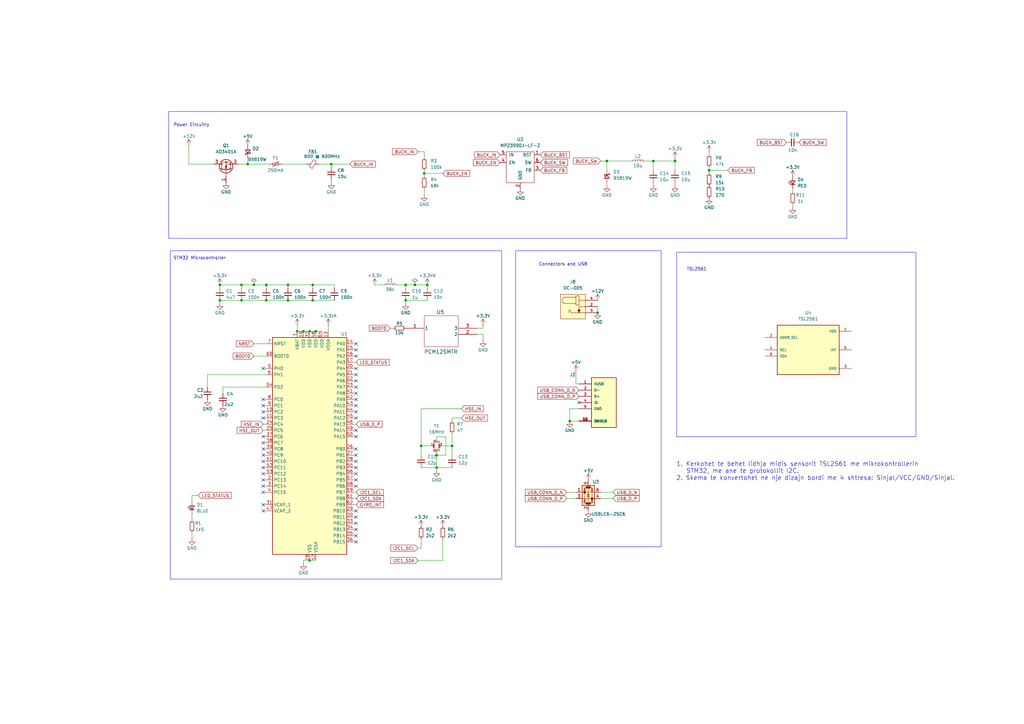
<source format=kicad_sch>
(kicad_sch (version 20231120) (generator "eeschema") (generator_version "8.0")
  (paper "A3")
  (lib_symbols
    (symbol "10118193-0001LF:10118193-0001LF" (pin_names (offset 1.016))
      (property "Reference" "J" (at -5.0817 10.9286 0))
      (property "Value" "10118193-0001LF" (at -5.0819 -12.7097 0))
      (symbol "10118193-0001LF_0_0"
        (pin passive line (at -10.16 7.62 0) (length 5.08) (name "VUSB") (number "1"))
        (pin passive line (at -10.16 5.08 0) (length 5.08) (name "D-") (number "2"))
        (pin passive line (at -10.16 2.54 0) (length 5.08) (name "D+") (number "3"))
        (pin passive line (at -10.16 0 0) (length 5.08) (name "ID") (number "4"))
        (pin passive line (at -10.16 -2.54 0) (length 5.08) (name "GND") (number "5"))
        (pin passive line (at -10.16 -7.62 0) (length 5.08) (name "SHIELD") (number "S1"))
        (pin passive line (at -10.16 -7.62 0) (length 5.08) (name "SHIELD") (number "S2"))
        (pin passive line (at -10.16 -7.62 0) (length 5.08) (name "SHIELD") (number "S3"))
        (pin passive line (at -10.16 -7.62 0) (length 5.08) (name "SHIELD") (number "S4"))
        (pin passive line (at -10.16 -7.62 0) (length 5.08) (name "SHIELD") (number "S5"))
        (pin passive line (at -10.16 -7.62 0) (length 5.08) (name "SHIELD") (number "S6"))
      )
    )
    (symbol "2024-11-09_23-25-21:PCM12SMTR" (pin_names (offset 0.254))
      (property "Reference" "U5" (at 20.32 10.16 0))
      (property "Value" "PCM12SMTR" (at 20.32 7.62 0))
      (symbol "PCM12SMTR_1_1"
        (pin unspecified line (at 0 0 0) (length 7.62) (name "1") (number "1"))
        (pin unspecified line (at 29.21 -2.54 180) (length 7.62) (name "2") (number "2"))
        (pin unspecified line (at 29.21 0 180) (length 7.62) (name "3") (number "3"))
      )
    )
    (symbol "DC-005:DC-005" (pin_names (offset 1.016))
      (property "Reference" "J" (at -5.0943 5.5976 0))
      (property "Value" "DC-005" (at -5.0995 -7.6398 0))
      (symbol "DC-005_0_0"
        (pin passive line (at 10.16 0 180) (length 5.08) (name "~") (number "2"))
        (pin passive line (at 10.16 -2.54 180) (length 5.08) (name "~") (number "3"))
        (pin passive line (at 10.16 2.54 180) (length 5.08) (name "~") (number "4"))
      )
    )
    (symbol "Device:C_Small" (pin_numbers hide) (pin_names (offset 0.254) hide)
      (property "Reference" "C" (at 0.254 1.778 0))
      (property "Value" "C_Small" (at 0.254 -2.032 0))
      (symbol "C_Small_1_1"
        (pin passive line (at 0 2.54 270) (length 2.032) (name "~") (number "1"))
        (pin passive line (at 0 -2.54 90) (length 2.032) (name "~") (number "2"))
      )
    )
    (symbol "Device:Crystal_GND24_Small" (pin_names (offset 1.016) hide)
      (property "Reference" "Y" (at 1.27 4.445 0))
      (property "Value" "Crystal_GND24_Small" (at 1.27 2.54 0))
      (symbol "Crystal_GND24_Small_1_1"
        (pin passive line (at -2.54 0 0) (length 1.27) (name "1") (number "1"))
        (pin passive line (at 0 -2.54 90) (length 0.635) (name "2") (number "2"))
        (pin passive line (at 2.54 0 180) (length 1.27) (name "3") (number "3"))
        (pin passive line (at 0 2.54 270) (length 0.635) (name "4") (number "4"))
      )
    )
    (symbol "Device:D_Schottky_Small" (pin_numbers hide) (pin_names (offset 0.254) hide)
      (property "Reference" "D" (at -1.27 2.032 0))
      (property "Value" "D_Schottky_Small" (at -7.112 -2.032 0))
      (symbol "D_Schottky_Small_1_1"
        (pin passive line (at -2.54 0 0) (length 1.778) (name "K") (number "1"))
        (pin passive line (at 2.54 0 180) (length 1.778) (name "A") (number "2"))
      )
    )
    (symbol "Device:Ferrite_Bead_Small" (pin_numbers hide) (pin_names (offset 0))
      (property "Reference" "FB" (at 1.905 1.27 0))
      (property "Value" "Device_Ferrite_Bead_Small" (at 1.905 -1.27 0))
      (symbol "Ferrite_Bead_Small_1_1"
        (pin passive line (at 0 2.54 270) (length 1.27) (name "~") (number "1"))
        (pin passive line (at 0 -2.54 90) (length 1.27) (name "~") (number "2"))
      )
    )
    (symbol "Device:LED_Small" (pin_numbers hide) (pin_names (offset 0.254) hide)
      (property "Reference" "D" (at -1.27 3.175 0))
      (property "Value" "LED_Small" (at -4.445 -2.54 0))
      (symbol "LED_Small_1_1"
        (pin passive line (at -2.54 0 0) (length 1.778) (name "K") (number "1"))
        (pin passive line (at 2.54 0 180) (length 1.778) (name "A") (number "2"))
      )
    )
    (symbol "Device:L_Small" (pin_numbers hide) (pin_names (offset 0.254) hide)
      (property "Reference" "L" (at 0.762 1.016 0))
      (property "Value" "L_Small" (at 0.762 -1.016 0))
      (symbol "L_Small_1_1"
        (pin passive line (at 0 2.54 270) (length 0.508) (name "~") (number "1"))
        (pin passive line (at 0 -2.54 90) (length 0.508) (name "~") (number "2"))
      )
    )
    (symbol "Device:Polyfuse_Small" (pin_numbers hide) (pin_names (offset 0))
      (property "Reference" "F" (at -1.905 0 90))
      (property "Value" "Polyfuse_Small" (at 1.905 0 90))
      (symbol "Polyfuse_Small_1_1"
        (pin passive line (at 0 2.54 270) (length 0.635) (name "~") (number "1"))
        (pin passive line (at 0 -2.54 90) (length 0.635) (name "~") (number "2"))
      )
    )
    (symbol "Device:R_Small" (pin_numbers hide) (pin_names (offset 0.254) hide)
      (property "Reference" "R" (at 0.762 0.508 0))
      (property "Value" "R_Small" (at 0.762 -1.016 0))
      (symbol "R_Small_1_1"
        (pin passive line (at 0 2.54 270) (length 0.762) (name "~") (number "1"))
        (pin passive line (at 0 -2.54 90) (length 0.762) (name "~") (number "2"))
      )
    )
    (symbol "MCU_ST_STM32F4:STM32F405RGTx"
      (property "Reference" "U1" (at 14.224 47.244 0))
      (property "Value" "STM32F405RGT6" (at 12.7 -44.45 0))
      (symbol "STM32F405RGTx_1_1"
        (pin power_in line (at -5.08 48.26 270) (length 2.54) (name "VBAT") (number "1"))
        (pin bidirectional line (at -17.78 15.24 0) (length 2.54) (name "PC2") (number "10"))
        (pin bidirectional line (at -17.78 12.7 0) (length 2.54) (name "PC3") (number "11"))
        (pin power_in line (at 2.54 -45.72 90) (length 2.54) (name "VSSA") (number "12"))
        (pin power_in line (at 7.62 48.26 270) (length 2.54) (name "VDDA") (number "13"))
        (pin bidirectional line (at 17.78 43.18 180) (length 2.54) (name "PA0") (number "14"))
        (pin bidirectional line (at 17.78 40.64 180) (length 2.54) (name "PA1") (number "15"))
        (pin bidirectional line (at 17.78 38.1 180) (length 2.54) (name "PA2") (number "16"))
        (pin bidirectional line (at 17.78 35.56 180) (length 2.54) (name "PA3") (number "17"))
        (pin power_in line (at 0 -45.72 90) (length 2.54) (name "VSS") (number "18"))
        (pin power_in line (at -2.54 48.26 270) (length 2.54) (name "VDD") (number "19"))
        (pin bidirectional line (at -17.78 -12.7 0) (length 2.54) (name "PC13") (number "2"))
        (pin bidirectional line (at 17.78 33.02 180) (length 2.54) (name "PA4") (number "20"))
        (pin bidirectional line (at 17.78 30.48 180) (length 2.54) (name "PA5") (number "21"))
        (pin bidirectional line (at 17.78 27.94 180) (length 2.54) (name "PA6") (number "22"))
        (pin bidirectional line (at 17.78 25.4 180) (length 2.54) (name "PA7") (number "23"))
        (pin bidirectional line (at -17.78 10.16 0) (length 2.54) (name "PC4") (number "24"))
        (pin bidirectional line (at -17.78 7.62 0) (length 2.54) (name "PC5") (number "25"))
        (pin bidirectional line (at 17.78 0 180) (length 2.54) (name "PB0") (number "26"))
        (pin bidirectional line (at 17.78 -2.54 180) (length 2.54) (name "PB1") (number "27"))
        (pin bidirectional line (at 17.78 -5.08 180) (length 2.54) (name "PB2") (number "28"))
        (pin bidirectional line (at 17.78 -25.4 180) (length 2.54) (name "PB10") (number "29"))
        (pin bidirectional line (at -17.78 -15.24 0) (length 2.54) (name "PC14") (number "3"))
        (pin bidirectional line (at 17.78 -27.94 180) (length 2.54) (name "PB11") (number "30"))
        (pin power_out line (at -17.78 -22.86 0) (length 2.54) (name "VCAP_1") (number "31"))
        (pin power_in line (at 0 48.26 270) (length 2.54) (name "VDD") (number "32"))
        (pin bidirectional line (at 17.78 -30.48 180) (length 2.54) (name "PB12") (number "33"))
        (pin bidirectional line (at 17.78 -33.02 180) (length 2.54) (name "PB13") (number "34"))
        (pin bidirectional line (at 17.78 -35.56 180) (length 2.54) (name "PB14") (number "35"))
        (pin bidirectional line (at 17.78 -38.1 180) (length 2.54) (name "PB15") (number "36"))
        (pin bidirectional line (at -17.78 5.08 0) (length 2.54) (name "PC6") (number "37"))
        (pin bidirectional line (at -17.78 2.54 0) (length 2.54) (name "PC7") (number "38"))
        (pin bidirectional line (at -17.78 0 0) (length 2.54) (name "PC8") (number "39"))
        (pin bidirectional line (at -17.78 -17.78 0) (length 2.54) (name "PC15") (number "4"))
        (pin bidirectional line (at -17.78 -2.54 0) (length 2.54) (name "PC9") (number "40"))
        (pin bidirectional line (at 17.78 22.86 180) (length 2.54) (name "PA8") (number "41"))
        (pin bidirectional line (at 17.78 20.32 180) (length 2.54) (name "PA9") (number "42"))
        (pin bidirectional line (at 17.78 17.78 180) (length 2.54) (name "PA10") (number "43"))
        (pin bidirectional line (at 17.78 15.24 180) (length 2.54) (name "PA11") (number "44"))
        (pin bidirectional line (at 17.78 12.7 180) (length 2.54) (name "PA12") (number "45"))
        (pin bidirectional line (at 17.78 10.16 180) (length 2.54) (name "PA13") (number "46"))
        (pin power_out line (at -17.78 -25.4 0) (length 2.54) (name "VCAP_2") (number "47"))
        (pin power_in line (at 2.54 48.26 270) (length 2.54) (name "VDD") (number "48"))
        (pin bidirectional line (at 17.78 7.62 180) (length 2.54) (name "PA14") (number "49"))
        (pin bidirectional line (at -17.78 33.02 0) (length 2.54) (name "PH0") (number "5"))
        (pin bidirectional line (at 17.78 5.08 180) (length 2.54) (name "PA15") (number "50"))
        (pin bidirectional line (at -17.78 -5.08 0) (length 2.54) (name "PC10") (number "51"))
        (pin bidirectional line (at -17.78 -7.62 0) (length 2.54) (name "PC11") (number "52"))
        (pin bidirectional line (at -17.78 -10.16 0) (length 2.54) (name "PC12") (number "53"))
        (pin bidirectional line (at -17.78 25.4 0) (length 2.54) (name "PD2") (number "54"))
        (pin bidirectional line (at 17.78 -7.62 180) (length 2.54) (name "PB3") (number "55"))
        (pin bidirectional line (at 17.78 -10.16 180) (length 2.54) (name "PB4") (number "56"))
        (pin bidirectional line (at 17.78 -12.7 180) (length 2.54) (name "PB5") (number "57"))
        (pin bidirectional line (at 17.78 -15.24 180) (length 2.54) (name "PB6") (number "58"))
        (pin bidirectional line (at 17.78 -17.78 180) (length 2.54) (name "PB7") (number "59"))
        (pin bidirectional line (at -17.78 30.48 0) (length 2.54) (name "PH1") (number "6"))
        (pin input line (at -17.78 38.1 0) (length 2.54) (name "BOOT0") (number "60"))
        (pin bidirectional line (at 17.78 -20.32 180) (length 2.54) (name "PB8") (number "61"))
        (pin bidirectional line (at 17.78 -22.86 180) (length 2.54) (name "PB9") (number "62"))
        (pin passive line (at 0 -45.72 90) (length 2.54) hide (name "VSS") (number "63"))
        (pin power_in line (at 5.08 48.26 270) (length 2.54) (name "VDD") (number "64"))
        (pin input line (at -17.78 43.18 0) (length 2.54) (name "NRST") (number "7"))
        (pin bidirectional line (at -17.78 20.32 0) (length 2.54) (name "PC0") (number "8"))
        (pin bidirectional line (at -17.78 17.78 0) (length 2.54) (name "PC1") (number "9"))
      )
    )
    (symbol "Power_Protection:USBLC6-2SC6" (pin_names hide)
      (property "Reference" "U" (at 0.635 5.715 0))
      (property "Value" "USBLC6-2SC6" (at 0.635 3.81 0))
      (symbol "USBLC6-2SC6_1_1"
        (pin passive line (at -5.08 0 0) (length 2.54) (name "I/O1") (number "1"))
        (pin passive line (at 0 -7.62 90) (length 2.54) (name "GND") (number "2"))
        (pin passive line (at -5.08 -2.54 0) (length 2.54) (name "I/O2") (number "3"))
        (pin passive line (at 5.08 -2.54 180) (length 2.54) (name "I/O2") (number "4"))
        (pin passive line (at 0 5.08 270) (length 2.54) (name "VBUS") (number "5"))
        (pin passive line (at 5.08 0 180) (length 2.54) (name "I/O1") (number "6"))
      )
    )
    (symbol "SchmillipKiCADLibrary:MP2359DJ-LF-Z" (pin_names (offset 1.016))
      (property "Reference" "U" (at 0 9.525 0))
      (property "Value" "SchmillipKiCADLibrary_MP2359DJ-LF-Z" (at 10.16 -6.35 0))
      (symbol "MP2359DJ-LF-Z_1_1"
        (pin input line (at 8.255 6.35 180) (length 2.54) (name "BST") (number "1"))
        (pin power_in line (at 0 -7.62 90) (length 2.54) (name "GND") (number "2"))
        (pin input line (at 8.255 0 180) (length 2.54) (name "FB") (number "3"))
        (pin input line (at -8.255 3.175 0) (length 2.54) (name "EN") (number "4"))
        (pin power_in line (at -8.255 6.35 0) (length 2.54) (name "IN") (number "5"))
        (pin power_out line (at 8.255 3.175 180) (length 2.54) (name "SW") (number "6"))
      )
    )
    (symbol "TSL2561:TSL2561" (pin_names (offset 1.016))
      (property "Reference" "U" (at -12.7 12.7 0))
      (property "Value" "TSL2561" (at -12.7 -12.7 0))
      (symbol "TSL2561_0_0"
        (pin power_in line (at 17.78 7.62 180) (length 5.08) (name "VDD") (number "1"))
        (pin input line (at -17.78 5.08 0) (length 5.08) (name "ADDR_SEL") (number "2"))
        (pin power_in line (at 17.78 -7.62 180) (length 5.08) (name "GND") (number "3"))
        (pin input line (at -17.78 0 0) (length 5.08) (name "SCL") (number "4"))
        (pin output line (at 17.78 0 180) (length 5.08) (name "INT") (number "5"))
        (pin bidirectional line (at -17.78 -2.54 0) (length 5.08) (name "SDA") (number "6"))
      )
    )
    (symbol "Transistor_FET:AO3401A" (pin_names hide)
      (property "Reference" "Q" (at 5.08 1.905 0))
      (property "Value" "AO3401A" (at 5.08 0 0))
      (symbol "AO3401A_1_1"
        (pin input line (at -5.08 0 0) (length 2.54) (name "G") (number "1"))
        (pin passive line (at 2.54 -5.08 90) (length 2.54) (name "S") (number "2"))
        (pin passive line (at 2.54 5.08 270) (length 2.54) (name "D") (number "3"))
      )
    )
    (symbol "power:+12V" (power) (pin_numbers hide) (pin_names (offset 0) hide)
      (property "Value" "+12V" (at 0 3.556 0))
      (symbol "+12V_1_1"
        (pin power_in line (at 0 0 90) (length 0) (name "~") (number "1"))
      )
    )
    (symbol "power:+3.3V" (power) (pin_numbers hide) (pin_names (offset 0) hide)
      (property "Value" "+3.3V" (at 0 3.556 0))
      (symbol "+3.3V_1_1"
        (pin power_in line (at 0 0 90) (length 0) (name "~") (number "1"))
      )
    )
    (symbol "power:+3.3VA" (power) (pin_numbers hide) (pin_names (offset 0) hide)
      (property "Value" "+3.3VA" (at 0 3.556 0))
      (symbol "+3.3VA_1_1"
        (pin power_in line (at 0 0 90) (length 0) (name "~") (number "1"))
      )
    )
    (symbol "power:+5V" (power) (pin_numbers hide) (pin_names (offset 0) hide)
      (property "Value" "+5V" (at 0 3.556 0))
      (symbol "+5V_1_1"
        (pin power_in line (at 0 0 90) (length 0) (name "~") (number "1"))
      )
    )
    (symbol "power:GND" (power) (pin_numbers hide) (pin_names (offset 0) hide)
      (property "Value" "GND" (at 0 -3.81 0))
      (symbol "GND_1_1"
        (pin power_in line (at 0 0 270) (length 0) (name "~") (number "1"))
      )
    )
    (symbol "power:PWR_FLAG" (power) (pin_numbers hide) (pin_names (offset 0) hide)
      (property "Value" "PWR_FLAG" (at 0 3.81 0))
      (symbol "PWR_FLAG_0_0"
        (pin power_out line (at 0 0 90) (length 0) (name "~") (number "1"))
      )
    )
  )
  (junction (at 129.54 135.89))
  (junction (at 99.06 123.19))
  (junction (at 172.72 182.88))
  (junction (at 90.17 123.19))
  (junction (at 179.07 191.77))
  (junction (at 127 229.87))
  (junction (at 173.99 71.12))
  (junction (at 175.26 116.84))
  (junction (at 267.97 66.04))
  (junction (at 166.37 123.19))
  (junction (at 248.92 66.04))
  (junction (at 170.18 116.84))
  (junction (at 233.68 172.72))
  (junction (at 109.22 116.84))
  (junction (at 101.6 67.31))
  (junction (at 118.11 116.84))
  (junction (at 104.14 116.84))
  (junction (at 99.06 116.84))
  (junction (at 290.83 69.85))
  (junction (at 276.86 66.04))
  (junction (at 109.22 123.19))
  (junction (at 135.89 67.31))
  (junction (at 90.17 116.84))
  (junction (at 166.37 116.84))
  (junction (at 124.46 135.89))
  (junction (at 245.11 128.27))
  (junction (at 127 135.89))
  (junction (at 128.27 123.19))
  (junction (at 128.27 116.84))
  (junction (at 118.11 123.19))
  (junction (at 179.07 186.69))
  (junction (at 121.92 135.89))
  (junction (at 185.42 182.88))
  (no_connect (at 146.05 166.37))
  (no_connect (at 107.95 166.37))
  (no_connect (at 107.95 189.23))
  (no_connect (at 146.05 156.21))
  (no_connect (at 107.95 199.39))
  (no_connect (at 107.95 196.85))
  (no_connect (at 107.95 201.93))
  (no_connect (at 107.95 186.69))
  (no_connect (at 146.05 143.51))
  (no_connect (at 146.05 158.75))
  (no_connect (at 146.05 194.31))
  (no_connect (at 107.95 207.01))
  (no_connect (at 107.95 194.31))
  (no_connect (at 146.05 179.07))
  (no_connect (at 107.95 171.45))
  (no_connect (at 146.05 212.09))
  (no_connect (at 146.05 217.17))
  (no_connect (at 146.05 184.15))
  (no_connect (at 107.95 168.91))
  (no_connect (at 146.05 219.71))
  (no_connect (at 107.95 179.07))
  (no_connect (at 146.05 189.23))
  (no_connect (at 107.95 209.55))
  (no_connect (at 146.05 146.05))
  (no_connect (at 146.05 214.63))
  (no_connect (at 107.95 184.15))
  (no_connect (at 146.05 163.83))
  (no_connect (at 146.05 176.53))
  (no_connect (at 107.95 151.13))
  (no_connect (at 107.95 181.61))
  (no_connect (at 146.05 161.29))
  (no_connect (at 146.05 186.69))
  (no_connect (at 146.05 222.25))
  (no_connect (at 146.05 209.55))
  (no_connect (at 146.05 196.85))
  (no_connect (at 146.05 140.97))
  (no_connect (at 107.95 191.77))
  (no_connect (at 146.05 171.45))
  (no_connect (at 146.05 153.67))
  (no_connect (at 146.05 191.77))
  (no_connect (at 146.05 151.13))
  (no_connect (at 107.95 163.83))
  (no_connect (at 237.49 165.1))
  (no_connect (at 146.05 168.91))
  (no_connect (at 146.05 199.39))
  (wire (pts (xy 144.78 153.67) (xy 146.05 153.67)))
  (wire (pts (xy 107.95 201.93) (xy 109.22 201.93)))
  (wire (pts (xy 107.95 163.83) (xy 109.22 163.83)))
  (wire (pts (xy 107.95 207.01) (xy 109.22 207.01)))
  (wire (pts (xy 172.72 167.64) (xy 172.72 182.88)))
  (wire (pts (xy 90.17 116.84) (xy 90.17 118.11)))
  (wire (pts (xy 179.07 180.34) (xy 179.07 179.07)))
  (wire (pts (xy 185.42 177.8) (xy 185.42 182.88)))
  (wire (pts (xy 99.06 116.84) (xy 104.14 116.84)))
  (wire (pts (xy 146.05 161.29) (xy 144.78 161.29)))
  (wire (pts (xy 128.27 118.11) (xy 128.27 116.84)))
  (wire (pts (xy 146.05 163.83) (xy 144.78 163.83)))
  (wire (pts (xy 175.26 116.84) (xy 170.18 116.84)))
  (wire (pts (xy 146.05 148.59) (xy 144.78 148.59)))
  (wire (pts (xy 237.49 167.64) (xy 233.68 167.64)))
  (wire (pts (xy 121.92 135.89) (xy 124.46 135.89)))
  (wire (pts (xy 166.37 116.84) (xy 162.56 116.84)))
  (wire (pts (xy 107.95 171.45) (xy 109.22 171.45)))
  (wire (pts (xy 107.95 199.39) (xy 109.22 199.39)))
  (wire (pts (xy 107.95 196.85) (xy 109.22 196.85)))
  (wire (pts (xy 77.47 59.69) (xy 77.47 67.31)))
  (wire (pts (xy 290.83 63.5) (xy 290.83 62.23)))
  (wire (pts (xy 146.05 209.55) (xy 144.78 209.55)))
  (wire (pts (xy 90.17 124.46) (xy 90.17 123.19)))
  (wire (pts (xy 81.28 203.2) (xy 78.74 203.2)))
  (wire (pts (xy 135.89 68.58) (xy 135.89 67.31)))
  (wire (pts (xy 233.68 172.72) (xy 237.49 172.72)))
  (wire (pts (xy 90.17 123.19) (xy 99.06 123.19)))
  (wire (pts (xy 107.95 181.61) (xy 109.22 181.61)))
  (wire (pts (xy 109.22 123.19) (xy 118.11 123.19)))
  (wire (pts (xy 290.83 69.85) (xy 290.83 71.12)))
  (wire (pts (xy 146.05 207.01) (xy 144.78 207.01)))
  (wire (pts (xy 179.07 193.04) (xy 179.07 191.77)))
  (wire (pts (xy 99.06 118.11) (xy 99.06 116.84)))
  (wire (pts (xy 173.99 71.12) (xy 173.99 69.85)))
  (wire (pts (xy 146.05 171.45) (xy 144.78 171.45)))
  (wire (pts (xy 107.95 179.07) (xy 109.22 179.07)))
  (wire (pts (xy 78.74 213.36) (xy 78.74 210.82)))
  (wire (pts (xy 198.12 137.16) (xy 195.58 137.16)))
  (wire (pts (xy 124.46 231.14) (xy 124.46 229.87)))
  (wire (pts (xy 248.92 69.85) (xy 248.92 66.04)))
  (wire (pts (xy 185.42 171.45) (xy 185.42 172.72)))
  (wire (pts (xy 248.92 66.04) (xy 246.38 66.04)))
  (wire (pts (xy 109.22 118.11) (xy 109.22 116.84)))
  (wire (pts (xy 181.61 71.12) (xy 173.99 71.12)))
  (wire (pts (xy 144.78 151.13) (xy 146.05 151.13)))
  (wire (pts (xy 91.44 161.29) (xy 91.44 158.75)))
  (wire (pts (xy 146.05 196.85) (xy 144.78 196.85)))
  (wire (pts (xy 146.05 184.15) (xy 144.78 184.15)))
  (wire (pts (xy 195.58 134.62) (xy 198.12 134.62)))
  (wire (pts (xy 104.14 146.05) (xy 109.22 146.05)))
  (wire (pts (xy 146.05 217.17) (xy 144.78 217.17)))
  (wire (pts (xy 325.12 78.74) (xy 325.12 77.47)))
  (wire (pts (xy 181.61 182.88) (xy 185.42 182.88)))
  (wire (pts (xy 171.45 229.87) (xy 181.61 229.87)))
  (wire (pts (xy 276.86 64.77) (xy 276.86 66.04)))
  (wire (pts (xy 107.95 173.99) (xy 109.22 173.99)))
  (wire (pts (xy 245.11 125.73) (xy 245.11 128.27)))
  (wire (pts (xy 110.49 67.31) (xy 101.6 67.31)))
  (wire (pts (xy 173.99 80.01) (xy 173.99 77.47)))
  (wire (pts (xy 246.38 204.47) (xy 251.46 204.47)))
  (wire (pts (xy 146.05 199.39) (xy 144.78 199.39)))
  (wire (pts (xy 179.07 185.42) (xy 179.07 186.69)))
  (wire (pts (xy 107.95 166.37) (xy 109.22 166.37)))
  (wire (pts (xy 99.06 123.19) (xy 109.22 123.19)))
  (wire (pts (xy 146.05 222.25) (xy 144.78 222.25)))
  (wire (pts (xy 182.88 179.07) (xy 182.88 186.69)))
  (wire (pts (xy 181.61 229.87) (xy 181.61 220.98)))
  (wire (pts (xy 146.05 191.77) (xy 144.78 191.77)))
  (wire (pts (xy 87.63 67.31) (xy 77.47 67.31)))
  (wire (pts (xy 107.95 189.23) (xy 109.22 189.23)))
  (wire (pts (xy 146.05 194.31) (xy 144.78 194.31)))
  (wire (pts (xy 290.83 69.85) (xy 290.83 68.58)))
  (wire (pts (xy 179.07 186.69) (xy 179.07 191.77)))
  (wire (pts (xy 276.86 66.04) (xy 267.97 66.04)))
  (wire (pts (xy 90.17 116.84) (xy 99.06 116.84)))
  (wire (pts (xy 104.14 140.97) (xy 109.22 140.97)))
  (wire (pts (xy 107.95 168.91) (xy 109.22 168.91)))
  (wire (pts (xy 124.46 135.89) (xy 127 135.89)))
  (wire (pts (xy 85.09 158.75) (xy 85.09 153.67)))
  (wire (pts (xy 128.27 123.19) (xy 137.16 123.19)))
  (wire (pts (xy 109.22 116.84) (xy 118.11 116.84)))
  (wire (pts (xy 146.05 166.37) (xy 144.78 166.37)))
  (wire (pts (xy 171.45 224.79) (xy 172.72 224.79)))
  (wire (pts (xy 143.51 67.31) (xy 135.89 67.31)))
  (wire (pts (xy 276.86 69.85) (xy 276.86 66.04)))
  (wire (pts (xy 170.18 116.84) (xy 166.37 116.84)))
  (wire (pts (xy 85.09 153.67) (xy 109.22 153.67)))
  (wire (pts (xy 97.79 67.31) (xy 101.6 67.31)))
  (wire (pts (xy 118.11 118.11) (xy 118.11 116.84)))
  (wire (pts (xy 78.74 220.98) (xy 78.74 218.44)))
  (wire (pts (xy 236.22 157.48) (xy 237.49 157.48)))
  (wire (pts (xy 134.62 133.35) (xy 134.62 135.89)))
  (wire (pts (xy 146.05 168.91) (xy 144.78 168.91)))
  (wire (pts (xy 276.86 76.2) (xy 276.86 74.93)))
  (wire (pts (xy 146.05 186.69) (xy 144.78 186.69)))
  (wire (pts (xy 171.45 62.23) (xy 173.99 62.23)))
  (wire (pts (xy 160.02 134.62) (xy 161.29 134.62)))
  (wire (pts (xy 172.72 167.64) (xy 189.23 167.64)))
  (wire (pts (xy 144.78 146.05) (xy 146.05 146.05)))
  (wire (pts (xy 107.95 176.53) (xy 109.22 176.53)))
  (wire (pts (xy 173.99 72.39) (xy 173.99 71.12)))
  (wire (pts (xy 182.88 186.69) (xy 179.07 186.69)))
  (wire (pts (xy 259.08 66.04) (xy 248.92 66.04)))
  (wire (pts (xy 233.68 167.64) (xy 233.68 172.72)))
  (wire (pts (xy 179.07 191.77) (xy 185.42 191.77)))
  (wire (pts (xy 78.74 203.2) (xy 78.74 205.74)))
  (wire (pts (xy 267.97 76.2) (xy 267.97 74.93)))
  (wire (pts (xy 298.45 69.85) (xy 290.83 69.85)))
  (wire (pts (xy 107.95 186.69) (xy 109.22 186.69)))
  (wire (pts (xy 179.07 179.07) (xy 182.88 179.07)))
  (wire (pts (xy 236.22 152.4) (xy 236.22 157.48)))
  (wire (pts (xy 101.6 64.77) (xy 101.6 67.31)))
  (wire (pts (xy 118.11 116.84) (xy 128.27 116.84)))
  (wire (pts (xy 107.95 209.55) (xy 109.22 209.55)))
  (wire (pts (xy 144.78 143.51) (xy 146.05 143.51)))
  (wire (pts (xy 198.12 134.62) (xy 198.12 133.35)))
  (wire (pts (xy 246.38 201.93) (xy 251.46 201.93)))
  (wire (pts (xy 91.44 158.75) (xy 109.22 158.75)))
  (wire (pts (xy 172.72 186.69) (xy 172.72 182.88)))
  (wire (pts (xy 232.41 204.47) (xy 236.22 204.47)))
  (wire (pts (xy 127 135.89) (xy 129.54 135.89)))
  (wire (pts (xy 118.11 123.19) (xy 128.27 123.19)))
  (wire (pts (xy 146.05 212.09) (xy 144.78 212.09)))
  (wire (pts (xy 146.05 176.53) (xy 144.78 176.53)))
  (wire (pts (xy 166.37 124.46) (xy 166.37 123.19)))
  (wire (pts (xy 232.41 201.93) (xy 236.22 201.93)))
  (wire (pts (xy 173.99 62.23) (xy 173.99 64.77)))
  (wire (pts (xy 325.12 85.09) (xy 325.12 83.82)))
  (wire (pts (xy 127 229.87) (xy 129.54 229.87)))
  (wire (pts (xy 129.54 135.89) (xy 132.08 135.89)))
  (wire (pts (xy 146.05 214.63) (xy 144.78 214.63)))
  (wire (pts (xy 146.05 173.99) (xy 144.78 173.99)))
  (wire (pts (xy 166.37 123.19) (xy 175.26 123.19)))
  (wire (pts (xy 124.46 229.87) (xy 127 229.87)))
  (wire (pts (xy 146.05 158.75) (xy 144.78 158.75)))
  (wire (pts (xy 107.95 194.31) (xy 109.22 194.31)))
  (wire (pts (xy 146.05 140.97) (xy 144.78 140.97)))
  (wire (pts (xy 175.26 118.11) (xy 175.26 116.84)))
  (wire (pts (xy 172.72 224.79) (xy 172.72 220.98)))
  (wire (pts (xy 189.23 171.45) (xy 185.42 171.45)))
  (wire (pts (xy 153.67 116.84) (xy 157.48 116.84)))
  (wire (pts (xy 146.05 201.93) (xy 144.78 201.93)))
  (wire (pts (xy 146.05 189.23) (xy 144.78 189.23)))
  (wire (pts (xy 267.97 66.04) (xy 264.16 66.04)))
  (wire (pts (xy 172.72 182.88) (xy 176.53 182.88)))
  (wire (pts (xy 135.89 67.31) (xy 130.81 67.31)))
  (wire (pts (xy 146.05 156.21) (xy 144.78 156.21)))
  (wire (pts (xy 107.95 151.13) (xy 109.22 151.13)))
  (wire (pts (xy 137.16 116.84) (xy 137.16 118.11)))
  (wire (pts (xy 146.05 204.47) (xy 144.78 204.47)))
  (wire (pts (xy 107.95 191.77) (xy 109.22 191.77)))
  (wire (pts (xy 248.92 76.2) (xy 248.92 74.93)))
  (wire (pts (xy 179.07 191.77) (xy 172.72 191.77)))
  (wire (pts (xy 267.97 69.85) (xy 267.97 66.04)))
  (wire (pts (xy 121.92 133.35) (xy 121.92 135.89)))
  (wire (pts (xy 104.14 116.84) (xy 109.22 116.84)))
  (wire (pts (xy 146.05 179.07) (xy 144.78 179.07)))
  (wire (pts (xy 135.89 74.93) (xy 135.89 73.66)))
  (wire (pts (xy 107.95 184.15) (xy 109.22 184.15)))
  (wire (pts (xy 146.05 219.71) (xy 144.78 219.71)))
  (wire (pts (xy 166.37 118.11) (xy 166.37 116.84)))
  (wire (pts (xy 185.42 186.69) (xy 185.42 182.88)))
  (wire (pts (xy 115.57 67.31) (xy 125.73 67.31)))
  (wire (pts (xy 128.27 116.84) (xy 137.16 116.84)))
  (wire (pts (xy 198.12 139.7) (xy 198.12 137.16)))
  (rectangle (start 69.215 45.72) (end 347.345 97.79))
  (rectangle (start 277.495 103.505) (end 375.666 179.07))
  (rectangle (start 211.455 102.87) (end 271.145 224.282))
  (rectangle (start 69.85 102.87) (end 205.74 237.49))
  (text "1. Kerkohet te behet lidhja midis sensorit TSL2561 me mikrokontrollerin \n   STM32, me ane te protokollit I2C.\n2. Skema te konvertohet ne nje dizajn bordi me 4 shtresa: Sinjal/VCC/GND/Sinjal.\n" (at 277.368 193.294 0) (effects (font (size 1.778 1.778)) (justify left)))
  (text "TSL2561" (at 285.75 110.49 0) (effects (font (size 1.27 1.27))))
  (text "STM32 Microcontroller" (at 71.12 106.68 0) (effects (font (size 1.27 1.27)) (justify left bottom)))
  (text "Connectors and USB" (at 220.98 109.22 0) (effects (font (size 1.27 1.27)) (justify left bottom)))
  (text "Power Circuitry" (at 71.12 52.07 0) (effects (font (size 1.27 1.27)) (justify left bottom)))
  (global_label "BUCK_SW" (shape input) (at 327.66 58.42 0) (property "Intersheetrefs" "${INTERSHEET_REFS}" (effects (hide yes))))
  (global_label "I2C1_SDA" (shape input) (at 171.45 229.87 180) (property "Intersheetrefs" "${INTERSHEET_REFS}" (effects (hide yes))))
  (global_label "USB_D_N" (shape input) (at 251.46 201.93 0) (property "Intersheetrefs" "${INTERSHEET_REFS}" (effects (hide yes))))
  (global_label "BOOT0" (shape input) (at 160.02 134.62 180) (property "Intersheetrefs" "${INTERSHEET_REFS}" (effects (hide yes))))
  (global_label "HSE_IN" (shape input) (at 107.95 173.99 180) (property "Intersheetrefs" "${INTERSHEET_REFS}" (effects (hide yes))))
  (global_label "HSE_OUT" (shape input) (at 107.95 176.53 180) (property "Intersheetrefs" "${INTERSHEET_REFS}" (effects (hide yes))))
  (global_label "BOOT0" (shape input) (at 104.14 146.05 180) (property "Intersheetrefs" "${INTERSHEET_REFS}" (effects (hide yes))))
  (global_label "I2C1_SCL" (shape input) (at 146.05 201.93 0) (property "Intersheetrefs" "${INTERSHEET_REFS}" (effects (hide yes))))
  (global_label "BUCK_EN" (shape input) (at 181.61 71.12 0) (property "Intersheetrefs" "${INTERSHEET_REFS}" (effects (hide yes))))
  (global_label "USB_CONN_D_N" (shape input) (at 232.41 201.93 180) (property "Intersheetrefs" "${INTERSHEET_REFS}" (effects (hide yes))))
  (global_label "I2C1_SDA" (shape input) (at 146.05 204.47 0) (property "Intersheetrefs" "${INTERSHEET_REFS}" (effects (hide yes))))
  (global_label "GYRO_INT" (shape input) (at 146.05 207.01 0) (property "Intersheetrefs" "${INTERSHEET_REFS}" (effects (hide yes))))
  (global_label "USB_CONN_D_P" (shape input) (at 232.41 204.47 180) (property "Intersheetrefs" "${INTERSHEET_REFS}" (effects (hide yes))))
  (global_label "BUCK_BST" (shape input) (at 322.58 58.42 180) (property "Intersheetrefs" "${INTERSHEET_REFS}" (effects (hide yes))))
  (global_label "LED_STATUS" (shape input) (at 146.05 148.59 0) (property "Intersheetrefs" "${INTERSHEET_REFS}" (effects (hide yes))))
  (global_label "BUCK_IN" (shape input) (at 143.51 67.31 0) (property "Intersheetrefs" "${INTERSHEET_REFS}" (effects (hide yes))))
  (global_label "I2C1_SCL" (shape input) (at 171.45 224.79 180) (property "Intersheetrefs" "${INTERSHEET_REFS}" (effects (hide yes))))
  (global_label "BUCK_SW" (shape input) (at 221.615 66.675 0) (property "Intersheetrefs" "${INTERSHEET_REFS}" (effects (hide yes))))
  (global_label "HSE_IN" (shape input) (at 189.23 167.64 0) (property "Intersheetrefs" "${INTERSHEET_REFS}" (effects (hide yes))))
  (global_label "NRST" (shape input) (at 104.14 140.97 180) (property "Intersheetrefs" "${INTERSHEET_REFS}" (effects (hide yes))))
  (global_label "LED_STATUS" (shape input) (at 81.28 203.2 0) (property "Intersheetrefs" "${INTERSHEET_REFS}" (effects (hide yes))))
  (global_label "BUCK_IN" (shape input) (at 171.45 62.23 180) (property "Intersheetrefs" "${INTERSHEET_REFS}" (effects (hide yes))))
  (global_label "HSE_OUT" (shape input) (at 189.23 171.45 0) (property "Intersheetrefs" "${INTERSHEET_REFS}" (effects (hide yes))))
  (global_label "BUCK_SW" (shape input) (at 246.38 66.04 180) (property "Intersheetrefs" "${INTERSHEET_REFS}" (effects (hide yes))))
  (global_label "USB_CONN_D_P" (shape input) (at 237.49 162.56 180) (property "Intersheetrefs" "${INTERSHEET_REFS}" (effects (hide yes))))
  (global_label "BUCK_FB" (shape input) (at 221.615 69.85 0) (property "Intersheetrefs" "${INTERSHEET_REFS}" (effects (hide yes))))
  (global_label "USB_D_P" (shape input) (at 146.05 173.99 0) (property "Intersheetrefs" "${INTERSHEET_REFS}" (effects (hide yes))))
  (global_label "USB_CONN_D_N" (shape input) (at 237.49 160.02 180) (property "Intersheetrefs" "${INTERSHEET_REFS}" (effects (hide yes))))
  (global_label "USB_D_P" (shape input) (at 251.46 204.47 0) (property "Intersheetrefs" "${INTERSHEET_REFS}" (effects (hide yes))))
  (global_label "BUCK_BST" (shape input) (at 221.615 63.5 0) (property "Intersheetrefs" "${INTERSHEET_REFS}" (effects (hide yes))))
  (global_label "BUCK_EN" (shape input) (at 205.105 66.675 180) (property "Intersheetrefs" "${INTERSHEET_REFS}" (effects (hide yes))))
  (global_label "BUCK_FB" (shape input) (at 298.45 69.85 0) (property "Intersheetrefs" "${INTERSHEET_REFS}" (effects (hide yes))))
  (global_label "BUCK_IN" (shape input) (at 205.105 63.5 180) (property "Intersheetrefs" "${INTERSHEET_REFS}" (effects (hide yes))))
  (symbol (lib_id "Device:D_Schottky_Small") (at 101.6 62.23 90) (unit 1)
    (property "Reference" "D2" (at 103.505 60.96 90) (effects (justify right)))
    (property "Value" "B5819W" (at 101.6 65.405 90) (effects (justify right)))
    (property "Footprint" "Diode_SMD:D_SOD-123" (effects (hide yes)))
    (property "LCSC Part #" "C8598" (effects (hide yes)))
  )
  (symbol (lib_id "Device:C_Small") (at 325.12 58.42 270) (unit 1)
    (property "Reference" "C16" (at 323.85 55.245 90) (effects (justify left)))
    (property "Value" "10n" (at 323.215 61.595 90) (effects (justify left)))
    (property "Footprint" "Capacitor_SMD:C_0603_1608Metric" (effects (hide yes)))
    (property "LCSC Part #" "C57112" (effects (hide yes)))
  )
  (symbol (lib_id "power:GND") (at 233.68 172.72 0) (unit 1)
    (property "Reference" "#PWR027" (effects (hide yes)))
    (property "Value" "GND" (at 233.68 176.53 0))
  )
  (symbol (lib_id "Device:C_Small") (at 185.42 189.23 0) (unit 1)
    (property "Reference" "C13" (at 187.96 187.325 0) (effects (justify left)))
    (property "Value" "12p" (at 187.96 189.865 0) (effects (justify left)))
    (property "Footprint" "Capacitor_SMD:C_0402_1005Metric" (effects (hide yes)))
    (property "LCSC Part #" "C1547" (effects (hide yes)))
  )
  (symbol (lib_id "power:+3.3V") (at 90.17 116.84 0) (unit 1)
    (property "Reference" "#PWR03" (effects (hide yes)))
    (property "Value" "+3.3V" (at 90.17 113.03 0))
  )
  (symbol (lib_id "Device:C_Small") (at 137.16 120.65 0) (unit 1)
    (property "Reference" "C9" (at 139.7 119.38 0) (effects (justify left)))
    (property "Value" "100n" (at 139.7 121.92 0) (effects (justify left)))
    (property "Footprint" "Capacitor_SMD:C_0402_1005Metric" (effects (hide yes)))
    (property "LCSC Part #" "C1525" (effects (hide yes)))
  )
  (symbol (lib_id "power:GND") (at 90.17 124.46 0) (unit 1)
    (property "Reference" "#PWR04" (effects (hide yes)))
    (property "Value" "GND" (at 90.17 128.27 0))
  )
  (symbol (lib_id "Device:R_Small") (at 173.99 67.31 0) (unit 1)
    (property "Reference" "R3" (at 176.53 66.04 0) (effects (justify left)))
    (property "Value" "100k" (at 176.53 68.58 0) (effects (justify left)))
    (property "Footprint" "Resistor_SMD:R_0603_1608Metric" (effects (hide yes)))
    (property "LCSC Part #" "C25803" (effects (hide yes)))
  )
  (symbol (lib_id "power:GND") (at 248.92 76.2 0) (unit 1)
    (property "Reference" "#PWR029" (effects (hide yes)))
    (property "Value" "GND" (at 248.92 80.01 0))
  )
  (symbol (lib_id "power:+3.3V") (at 276.86 64.77 0) (unit 1)
    (property "Reference" "#PWR031" (effects (hide yes)))
    (property "Value" "+3.3V" (at 276.86 60.96 0))
  )
  (symbol (lib_id "Device:R_Small") (at 181.61 218.44 0) (unit 1)
    (property "Reference" "R6" (at 183.515 217.17 0) (effects (justify left)))
    (property "Value" "2k2" (at 183.515 219.71 0) (effects (justify left)))
    (property "Footprint" "Resistor_SMD:R_0402_1005Metric" (effects (hide yes)))
    (property "LCSC Part #" "C25879" (effects (hide yes)))
  )
  (symbol (lib_id "SchmillipKiCADLibrary:MP2359DJ-LF-Z") (at 213.36 69.85 0) (unit 1)
    (property "Reference" "U2" (at 213.36 57.15 0))
    (property "Value" "MP2359DJ-LF-Z" (at 213.36 59.69 0))
    (property "Footprint" "Package_TO_SOT_SMD:SOT-23-6" (effects (hide yes)))
    (property "LCSC Part #" "C14259" (effects (hide yes)))
  )
  (symbol (lib_id "power:GND") (at 166.37 124.46 0) (unit 1)
    (property "Reference" "#PWR014" (effects (hide yes)))
    (property "Value" "GND" (at 166.37 128.27 0))
  )
  (symbol (lib_id "Device:L_Small") (at 261.62 66.04 90) (unit 1)
    (property "Reference" "L2" (at 261.62 64.135 90))
    (property "Value" "10u" (at 261.62 67.945 90))
    (property "Footprint" "SPM6530T-100M-HZ:IND_SPM6530T-100M-HZ" (effects (hide yes)))
    (property "Description" "TDK SPM6530T-100M-HZ" (effects (hide yes)))
    (property "LCSC Part #" "C360728" (effects (hide yes)))
  )
  (symbol (lib_id "power:+12V") (at 77.47 59.69 0) (unit 1)
    (property "Reference" "#PWR01" (effects (hide yes)))
    (property "Value" "+12V" (at 77.47 55.88 0))
  )
  (symbol (lib_id "power:GND") (at 135.89 74.93 0) (unit 1)
    (property "Reference" "#PWR012" (effects (hide yes)))
    (property "Value" "GND" (at 135.89 78.74 0))
  )
  (symbol (lib_id "power:GND") (at 91.44 166.37 0) (unit 1)
    (property "Reference" "#PWR07" (effects (hide yes)))
    (property "Value" "GND" (at 91.44 170.18 0))
  )
  (symbol (lib_id "Device:C_Small") (at 128.27 120.65 0) (unit 1)
    (property "Reference" "C7" (at 130.81 119.38 0) (effects (justify left)))
    (property "Value" "100n" (at 130.81 121.92 0) (effects (justify left)))
    (property "Footprint" "Capacitor_SMD:C_0402_1005Metric" (effects (hide yes)))
    (property "LCSC Part #" "C1525" (effects (hide yes)))
  )
  (symbol (lib_id "Device:C_Small") (at 267.97 72.39 0) (unit 1)
    (property "Reference" "C14" (at 270.51 71.12 0) (effects (justify left)))
    (property "Value" "10u" (at 270.51 73.66 0) (effects (justify left)))
    (property "Footprint" "Capacitor_SMD:C_1206_3216Metric" (effects (hide yes)))
    (property "LCSC Part #" "C13585" (effects (hide yes)))
  )
  (symbol (lib_id "Device:C_Small") (at 109.22 120.65 0) (unit 1)
    (property "Reference" "C5" (at 111.76 119.38 0) (effects (justify left)))
    (property "Value" "100n" (at 111.76 121.92 0) (effects (justify left)))
    (property "Footprint" "Capacitor_SMD:C_0402_1005Metric" (effects (hide yes)))
    (property "LCSC Part #" "C1525" (effects (hide yes)))
  )
  (symbol (lib_id "Device:Polyfuse_Small") (at 113.03 67.31 270) (unit 1)
    (property "Reference" "F1" (at 113.03 64.77 90))
    (property "Value" "250mA" (at 113.03 69.85 90))
    (property "Footprint" "Fuse:Fuse_1206_3216Metric" (effects (hide yes)))
    (property "LCSC Part #" "C369159" (effects (hide yes)))
  )
  (symbol (lib_id "Device:Ferrite_Bead_Small") (at 128.27 67.31 270) (unit 1)
    (property "Reference" "FB1" (at 128.27 62.23 90))
    (property "Value" "600 @ 600MHz" (at 132.08 64.135 90))
    (property "Footprint" "Inductor_SMD:L_0805_2012Metric" (effects (hide yes)))
    (property "LCSC Part #" "C1017" (effects (hide yes)))
  )
  (symbol (lib_id "power:+5V") (at 236.22 152.4 0) (unit 1)
    (property "Reference" "#PWR028" (effects (hide yes)))
    (property "Value" "+5V" (at 236.22 148.59 0))
  )
  (symbol (lib_id "Device:R_Small") (at 185.42 175.26 0) (unit 1)
    (property "Reference" "R7" (at 187.325 173.99 0) (effects (justify left)))
    (property "Value" "47" (at 187.325 176.53 0) (effects (justify left)))
    (property "Footprint" "Resistor_SMD:R_0402_1005Metric" (effects (hide yes)))
    (property "LCSC Part #" "C25118" (effects (hide yes)))
  )
  (symbol (lib_id "power:GND") (at 198.12 139.7 0) (unit 1)
    (property "Reference" "#PWR021" (effects (hide yes)))
    (property "Value" "GND" (at 198.12 143.51 0))
  )
  (symbol (lib_id "power:GND") (at 85.09 163.83 0) (unit 1)
    (property "Reference" "#PWR05" (effects (hide yes)))
    (property "Value" "GND" (at 85.09 167.64 0))
  )
  (symbol (lib_id "power:+3.3V") (at 181.61 215.9 0) (unit 1)
    (property "Reference" "#PWR019" (effects (hide yes)))
    (property "Value" "+3.3V" (at 181.61 212.09 0))
  )
  (symbol (lib_id "Device:C_Small") (at 175.26 120.65 0) (unit 1)
    (property "Reference" "C12" (at 177.8 119.38 0) (effects (justify left)))
    (property "Value" "10n" (at 177.8 121.92 0) (effects (justify left)))
    (property "Footprint" "Capacitor_SMD:C_0402_1005Metric" (effects (hide yes)))
    (property "LCSC Part #" "C15195" (effects (hide yes)))
  )
  (symbol (lib_id "power:GND") (at 267.97 76.2 0) (unit 1)
    (property "Reference" "#PWR030" (effects (hide yes)))
    (property "Value" "GND" (at 267.97 80.01 0))
  )
  (symbol (lib_id "power:GND") (at 124.46 231.14 0) (unit 1)
    (property "Reference" "#PWR010" (effects (hide yes)))
    (property "Value" "GND" (at 124.46 234.95 0))
  )
  (symbol (lib_id "10118193-0001LF:10118193-0001LF") (at 247.65 165.1 0) (unit 1)
    (property "Reference" "J2" (at 233.68 153.6699 0) (effects (justify left)))
    (property "Value" "10118193-0001LF" (effects (hide yes)))
    (property "Footprint" "10118193-0001LF:AMPHENOL_10118193-0001LF" (effects (hide yes)))
    (property "MF" "AMPHENOL ICC / FCI" (effects (hide yes)))
    (property "MAXIMUM_PACKAGE_HEIGHT" "2.55 mm" (effects (hide yes)))
    (property "Package" "None" (effects (hide yes)))
    (property "Price" "None" (effects (hide yes)))
    (property "Check_prices" "https://www.snapeda.com/parts/10118193-0001LF/Amphenol/view-part/?ref=eda" (effects (hide yes)))
    (property "STANDARD" "Manufacturer Recommendations" (effects (hide yes)))
    (property "PARTREV" "E" (effects (hide yes)))
    (property "SnapEDA_Link" "https://www.snapeda.com/parts/10118193-0001LF/Amphenol/view-part/?ref=snap" (effects (hide yes)))
    (property "MP" "10118193-0001LF" (effects (hide yes)))
    (property "Description_1" "\n                        \n                            Right Angle Surface Mount Mount Female USB Connector 100 V ac 1.8A | Amphenol FCI (Amphenol CS) 10118193-0001LF\n                        \n" (effects (hide yes)))
    (property "Availability" "In Stock" (effects (hide yes)))
    (property "MANUFACTURER" "Amphenol FCI" (effects (hide yes)))
  )
  (symbol (lib_id "power:PWR_FLAG") (at 104.14 116.84 0) (unit 1)
    (property "Reference" "#FLG01" (effects (hide yes)))
    (property "Value" "PWR_FLAG" (effects (hide yes)))
    (property "Description" "Special symbol for telling ERC where power comes from" (effects (hide yes)))
  )
  (symbol (lib_id "Device:C_Small") (at 85.09 161.29 0) (unit 1)
    (property "Reference" "C2" (at 80.772 160.02 0) (effects (justify left)))
    (property "Value" "2u2" (at 79.502 162.56 0) (effects (justify left)))
    (property "Footprint" "Capacitor_SMD:C_0603_1608Metric" (effects (hide yes)))
    (property "LCSC Part #" "C23630" (effects (hide yes)))
  )
  (symbol (lib_id "Device:LED_Small") (at 78.74 208.28 90) (unit 1)
    (property "Reference" "D1" (at 80.645 207.01 90) (effects (justify right)))
    (property "Value" "BLUE" (at 80.645 209.55 90) (effects (justify right)))
    (property "Footprint" "LED_SMD:LED_0603_1608Metric" (effects (hide yes)))
    (property "LCSC Part #" "C72041" (effects (hide yes)))
  )
  (symbol (lib_id "Device:R_Small") (at 325.12 81.28 180) (unit 1)
    (property "Reference" "R11" (at 328.295 80.01 0))
    (property "Value" "1k" (at 328.295 82.55 0))
    (property "Footprint" "Resistor_SMD:R_0603_1608Metric" (effects (hide yes)))
    (property "LCSC Part #" "C21190" (effects (hide yes)))
  )
  (symbol (lib_id "Device:L_Small") (at 160.02 116.84 90) (unit 1)
    (property "Reference" "L1" (at 160.02 114.935 90))
    (property "Value" "39n" (at 160.02 118.745 90))
    (property "Footprint" "Inductor_SMD:L_0402_1005Metric" (effects (hide yes)))
    (property "LCSC Part #" "C26443" (effects (hide yes)))
  )
  (symbol (lib_id "power:+3.3V") (at 290.83 62.23 0) (unit 1)
    (property "Reference" "#PWR037" (effects (hide yes)))
    (property "Value" "+3.3V" (at 290.83 58.42 0))
  )
  (symbol (lib_id "power:+3.3VA") (at 134.62 133.35 0) (unit 1)
    (property "Reference" "#PWR011" (effects (hide yes)))
    (property "Value" "+3.3VA" (at 134.62 129.54 0))
  )
  (symbol (lib_id "power:GND") (at 245.11 128.27 0) (unit 1)
    (property "Reference" "#PWR024" (effects (hide yes)))
    (property "Value" "GND" (at 245.11 132.08 0))
  )
  (symbol (lib_id "Device:R_Small") (at 290.83 66.04 0) (unit 1)
    (property "Reference" "R8" (at 293.37 64.77 0) (effects (justify left)))
    (property "Value" "47k" (at 293.37 67.31 0) (effects (justify left)))
    (property "Footprint" "Resistor_SMD:R_0603_1608Metric" (effects (hide yes)))
    (property "LCSC Part #" "C25819" (effects (hide yes)))
  )
  (symbol (lib_id "Device:C_Small") (at 172.72 189.23 0) (unit 1)
    (property "Reference" "C11" (at 175.26 187.325 0) (effects (justify left)))
    (property "Value" "12p" (at 175.26 189.865 0) (effects (justify left)))
    (property "Footprint" "Capacitor_SMD:C_0402_1005Metric" (effects (hide yes)))
    (property "LCSC Part #" "C1547" (effects (hide yes)))
  )
  (symbol (lib_id "power:+3.3VA") (at 175.26 116.84 0) (unit 1)
    (property "Reference" "#PWR017" (effects (hide yes)))
    (property "Value" "+3.3VA" (at 175.26 113.03 0))
  )
  (symbol (lib_id "power:+3.3V") (at 325.12 72.39 0) (unit 1)
    (property "Reference" "#PWR042" (effects (hide yes)))
    (property "Value" "+3.3V" (at 325.12 68.58 0))
  )
  (symbol (lib_id "Device:C_Small") (at 118.11 120.65 0) (unit 1)
    (property "Reference" "C6" (at 120.65 119.38 0) (effects (justify left)))
    (property "Value" "100n" (at 120.65 121.92 0) (effects (justify left)))
    (property "Footprint" "Capacitor_SMD:C_0402_1005Metric" (effects (hide yes)))
    (property "LCSC Part #" "C1525" (effects (hide yes)))
  )
  (symbol (lib_id "power:+5V") (at 101.6 59.69 0) (unit 1)
    (property "Reference" "#PWR08" (effects (hide yes)))
    (property "Value" "+5V" (at 101.6 55.88 0))
  )
  (symbol (lib_id "Device:C_Small") (at 166.37 120.65 0) (unit 1)
    (property "Reference" "C10" (at 168.91 119.38 0) (effects (justify left)))
    (property "Value" "1u" (at 168.91 121.92 0) (effects (justify left)))
    (property "Footprint" "Capacitor_SMD:C_0402_1005Metric" (effects (hide yes)))
    (property "LCSC Part #" "C52923" (effects (hide yes)))
  )
  (symbol (lib_id "power:+5V") (at 241.3 196.85 0) (unit 1)
    (property "Reference" "#PWR039" (effects (hide yes)))
    (property "Value" "+5V" (at 241.3 193.04 0))
  )
  (symbol (lib_id "power:GND") (at 276.86 76.2 0) (unit 1)
    (property "Reference" "#PWR032" (effects (hide yes)))
    (property "Value" "GND" (at 276.86 80.01 0))
  )
  (symbol (lib_id "Power_Protection:USBLC6-2SC6") (at 241.3 201.93 0) (unit 1)
    (property "Reference" "U3" (at 244.348 197.612 0))
    (property "Value" "USBLC6-2SC6" (at 249.555 210.82 0))
    (property "Footprint" "Package_TO_SOT_SMD:SOT-23-6" (effects (hide yes)))
    (property "Datasheet" "https://www.st.com/resource/en/datasheet/usblc6-2.pdf" (effects (hide yes)))
    (property "LCSC Part #" "C7519" (effects (hide yes)))
  )
  (symbol (lib_id "2024-11-09_23-25-21:PCM12SMTR") (at 166.37 134.62 0) (unit 1)
    (property "Reference" "U5" (at 180.594 128.016 0) (effects (font (size 1.524 1.524))))
    (property "Value" "PCM12SMTR" (at 180.848 144.272 0) (effects (font (size 1.524 1.524))))
    (property "Footprint" "KiCad:PCM12SMTR" (effects (hide yes)))
    (property "Datasheet" "PCM12SMTR" (effects (hide yes)))
  )
  (symbol (lib_id "MCU_ST_STM32F4:STM32F405RGTx") (at 127 184.15 0) (unit 1)
    (property "Reference" "U1" (at 141.224 136.906 0))
    (property "Value" "STM32F405RGT6" (effects (hide yes)))
    (property "Footprint" "Package_QFP:LQFP-64_10x10mm_P0.5mm" (effects (hide yes)))
    (property "Datasheet" "http://www.st.com/st-web-ui/static/active/en/resource/technical/document/datasheet/DM00037051.pdf" (effects (hide yes)))
    (property "LCSC Part #" "C15742" (effects (hide yes)))
  )
  (symbol (lib_id "power:+3.3V") (at 153.67 116.84 0) (unit 1)
    (property "Reference" "#PWR013" (effects (hide yes)))
    (property "Value" "+3.3V" (at 153.67 113.03 0))
  )
  (symbol (lib_id "power:+3.3V") (at 121.92 133.35 0) (unit 1)
    (property "Reference" "#PWR09" (effects (hide yes)))
    (property "Value" "+3.3V" (at 121.92 129.54 0))
  )
  (symbol (lib_id "TSL2561:TSL2561") (at 331.47 143.51 0) (unit 1)
    (property "Reference" "U4" (at 331.47 128.27 0))
    (property "Value" "TSL2561" (at 331.47 130.81 0))
    (property "Footprint" "TSL2561:XDCR_TSL2561" (effects (hide yes)))
    (property "MF" "ams" (effects (hide yes)))
    (property "MAXIMUM_PACKAGE_HEIGHT" "1.35mm" (effects (hide yes)))
    (property "Package" "SMD-6 TAOS" (effects (hide yes)))
    (property "Price" "None" (effects (hide yes)))
    (property "Check_prices" "https://www.snapeda.com/parts/TSL2561/ams/view-part/?ref=eda" (effects (hide yes)))
    (property "STANDARD" "Manufacturer Recommendations" (effects (hide yes)))
    (property "PARTREV" "v1-01" (effects (hide yes)))
    (property "SnapEDA_Link" "https://www.snapeda.com/parts/TSL2561/ams/view-part/?ref=snap" (effects (hide yes)))
    (property "MP" "TSL2561" (effects (hide yes)))
    (property "Description_1" "\n                        \n                            Optical Sensor Ambient 640nm I²C 6-SMD, No Lead\n                        \n" (effects (hide yes)))
    (property "Availability" "In Stock" (effects (hide yes)))
    (property "MANUFACTURER" "AMS" (effects (hide yes)))
  )
  (symbol (lib_id "Device:R_Small") (at 290.83 73.66 0) (unit 1)
    (property "Reference" "R9" (at 293.37 72.39 0) (effects (justify left)))
    (property "Value" "15k" (at 293.37 74.93 0) (effects (justify left)))
    (property "Footprint" "Resistor_SMD:R_0603_1608Metric" (effects (hide yes)))
    (property "LCSC Part #" "C22809" (effects (hide yes)))
  )
  (symbol (lib_id "Device:R_Small") (at 173.99 74.93 0) (unit 1)
    (property "Reference" "R4" (at 176.53 73.66 0) (effects (justify left)))
    (property "Value" "68k" (at 176.53 76.2 0) (effects (justify left)))
    (property "Footprint" "Resistor_SMD:R_0603_1608Metric" (effects (hide yes)))
    (property "LCSC Part #" "C23231" (effects (hide yes)))
  )
  (symbol (lib_id "Device:C_Small") (at 135.89 71.12 0) (unit 1)
    (property "Reference" "C8" (at 138.43 69.85 0) (effects (justify left)))
    (property "Value" "10u" (at 138.43 72.39 0) (effects (justify left)))
    (property "Footprint" "Capacitor_SMD:C_1206_3216Metric" (effects (hide yes)))
    (property "LCSC Part #" "C13585" (effects (hide yes)))
  )
  (symbol (lib_id "power:GND") (at 290.83 81.28 0) (unit 1)
    (property "Reference" "#PWR038" (effects (hide yes)))
    (property "Value" "GND" (at 290.83 85.09 0))
  )
  (symbol (lib_id "power:+3.3V") (at 172.72 215.9 0) (unit 1)
    (property "Reference" "#PWR015" (effects (hide yes)))
    (property "Value" "+3.3V" (at 172.72 212.09 0))
  )
  (symbol (lib_id "power:GND") (at 213.36 77.47 0) (unit 1)
    (property "Reference" "#PWR022" (effects (hide yes)))
    (property "Value" "GND" (at 213.36 81.28 0))
  )
  (symbol (lib_id "power:GND") (at 92.71 74.93 0) (unit 1)
    (property "Reference" "#PWR06" (effects (hide yes)))
    (property "Value" "GND" (at 92.71 78.74 0))
  )
  (symbol (lib_id "Device:C_Small") (at 276.86 72.39 0) (unit 1)
    (property "Reference" "C15" (at 279.4 71.12 0) (effects (justify left)))
    (property "Value" "10u" (at 279.4 73.66 0) (effects (justify left)))
    (property "Footprint" "Capacitor_SMD:C_1206_3216Metric" (effects (hide yes)))
    (property "LCSC Part #" "C13585" (effects (hide yes)))
  )
  (symbol (lib_id "DC-005:DC-005") (at 234.95 125.73 0) (unit 1)
    (property "Reference" "J8" (at 234.95 115.57 0))
    (property "Value" "DC-005" (at 234.95 118.11 0))
    (property "Footprint" "DC-005:NINIGI_DC-005" (effects (hide yes)))
    (property "MF" "Best Inc." (effects (hide yes)))
    (property "DESCRIPTION" "Conn Dc Power Jack 2.1mm" (effects (hide yes)))
    (property "PACKAGE" "None" (effects (hide yes)))
    (property "PRICE" "None" (effects (hide yes)))
    (property "Package" "DC Power Jack Best Inc." (effects (hide yes)))
    (property "Check_prices" "https://www.snapeda.com/parts/DC-005/Best+Inc./view-part/?ref=eda" (effects (hide yes)))
    (property "Price" "None" (effects (hide yes)))
    (property "SnapEDA_Link" "https://www.snapeda.com/parts/DC-005/Best+Inc./view-part/?ref=snap" (effects (hide yes)))
    (property "MP" "DC-005" (effects (hide yes)))
    (property "Availability" "Not in stock" (effects (hide yes)))
    (property "AVAILABILITY" "Unavailable" (effects (hide yes)))
    (property "Description_1" "\n                        \n                            6.4x14.2x9.0mm Power DC Receptacle\n                        \n" (effects (hide yes)))
  )
  (symbol (lib_id "power:GND") (at 325.12 85.09 0) (unit 1)
    (property "Reference" "#PWR043" (effects (hide yes)))
    (property "Value" "GND" (at 325.12 88.9 0))
  )
  (symbol (lib_id "Device:D_Schottky_Small") (at 248.92 72.39 270) (unit 1)
    (property "Reference" "D3" (at 251.46 70.485 90) (effects (justify left)))
    (property "Value" "B5819W" (at 251.46 73.025 90) (effects (justify left)))
    (property "Footprint" "Diode_SMD:D_SOD-123" (effects (hide yes)))
    (property "LCSC Part #" "C8598" (effects (hide yes)))
  )
  (symbol (lib_id "power:GND") (at 173.99 80.01 0) (unit 1)
    (property "Reference" "#PWR016" (effects (hide yes)))
    (property "Value" "GND" (at 173.99 83.82 0))
  )
  (symbol (lib_id "Device:C_Small") (at 99.06 120.65 0) (unit 1)
    (property "Reference" "C3" (at 101.6 119.38 0) (effects (justify left)))
    (property "Value" "100n" (at 101.6 121.92 0) (effects (justify left)))
    (property "Footprint" "Capacitor_SMD:C_0402_1005Metric" (effects (hide yes)))
    (property "LCSC Part #" "C1525" (effects (hide yes)))
  )
  (symbol (lib_id "Device:R_Small") (at 78.74 215.9 180) (unit 1)
    (property "Reference" "R1" (at 81.28 214.63 0))
    (property "Value" "1k5" (at 81.915 217.17 0))
    (property "Footprint" "Resistor_SMD:R_0603_1608Metric" (effects (hide yes)))
    (property "LCSC Part #" "C22843" (effects (hide yes)))
  )
  (symbol (lib_id "power:GND") (at 179.07 193.04 0) (unit 1)
    (property "Reference" "#PWR018" (effects (hide yes)))
    (property "Value" "GND" (at 179.07 196.85 0))
  )
  (symbol (lib_id "power:PWR_FLAG") (at 170.18 116.84 0) (unit 1)
    (property "Reference" "#FLG03" (effects (hide yes)))
    (property "Value" "PWR_FLAG" (effects (hide yes)))
    (property "Description" "Special symbol for telling ERC where power comes from" (effects (hide yes)))
  )
  (symbol (lib_id "power:+12V") (at 245.11 123.19 0) (unit 1)
    (property "Reference" "#PWR023" (effects (hide yes)))
    (property "Value" "+12V" (at 245.11 119.38 0))
  )
  (symbol (lib_id "Transistor_FET:AO3401A") (at 92.71 69.85 90) (unit 1)
    (property "Reference" "Q1" (at 92.71 59.69 90))
    (property "Value" "AO3401A" (at 92.71 62.23 90))
    (property "Footprint" "Package_TO_SOT_SMD:SOT-23" (effects (hide yes)))
    (property "Datasheet" "http://www.aosmd.com/pdfs/datasheet/AO3401A.pdf" (effects (hide yes)))
    (property "LCSC Part #" "C15127" (effects (hide yes)))
  )
  (symbol (lib_id "Device:R_Small") (at 163.83 134.62 270) (unit 1)
    (property "Reference" "R5" (at 163.83 132.715 90))
    (property "Value" "10k" (at 163.83 136.525 90))
    (property "Footprint" "Resistor_SMD:R_0402_1005Metric" (effects (hide yes)))
    (property "LCSC Part #" "C25744" (effects (hide yes)))
  )
  (symbol (lib_id "power:+3.3V") (at 198.12 133.35 0) (unit 1)
    (property "Reference" "#PWR020" (effects (hide yes)))
    (property "Value" "+3.3V" (at 198.12 129.54 0))
  )
  (symbol (lib_id "Device:LED_Small") (at 325.12 74.93 90) (unit 1)
    (property "Reference" "D4" (at 327.025 73.66 90) (effects (justify right)))
    (property "Value" "RED" (at 327.025 76.2 90) (effects (justify right)))
    (property "Footprint" "LED_SMD:LED_0603_1608Metric" (effects (hide yes)))
    (property "LCSC Part #" "C2286" (effects (hide yes)))
  )
  (symbol (lib_id "power:GND") (at 241.3 209.55 0) (unit 1)
    (property "Reference" "#PWR040" (effects (hide yes)))
    (property "Value" "GND" (at 241.3 213.36 0))
  )
  (symbol (lib_id "Device:Crystal_GND24_Small") (at 179.07 182.88 0) (unit 1)
    (property "Reference" "Y1" (at 177.8 174.625 0) (effects (justify left)))
    (property "Value" "16MHz" (at 175.895 177.165 0) (effects (justify left)))
    (property "Footprint" "Crystal:Crystal_SMD_3225-4Pin_3.2x2.5mm" (effects (hide yes)))
    (property "LCSC Part #" "C13738" (effects (hide yes)))
  )
  (symbol (lib_id "power:GND") (at 78.74 220.98 0) (unit 1)
    (property "Reference" "#PWR02" (effects (hide yes)))
    (property "Value" "GND" (at 78.74 224.79 0))
  )
  (symbol (lib_id "Device:C_Small") (at 90.17 120.65 0) (unit 1)
    (property "Reference" "C1" (at 92.71 119.38 0) (effects (justify left)))
    (property "Value" "4u7" (at 92.71 121.92 0) (effects (justify left)))
    (property "Footprint" "Capacitor_SMD:C_0603_1608Metric" (effects (hide yes)))
    (property "LCSC Part #" "C19666" (effects (hide yes)))
  )
  (symbol (lib_id "Device:C_Small") (at 91.44 163.83 0) (unit 1)
    (property "Reference" "C4" (at 92.964 161.544 0) (effects (justify left)))
    (property "Value" "2u2" (at 91.948 165.862 0) (effects (justify left)))
    (property "Footprint" "Capacitor_SMD:C_0603_1608Metric" (effects (hide yes)))
    (property "LCSC Part #" "C23630" (effects (hide yes)))
  )
  (symbol (lib_id "Device:R_Small") (at 290.83 78.74 0) (unit 1)
    (property "Reference" "R10" (at 293.37 77.47 0) (effects (justify left)))
    (property "Value" "270" (at 293.37 80.01 0) (effects (justify left)))
    (property "Footprint" "Resistor_SMD:R_0603_1608Metric" (effects (hide yes)))
    (property "LCSC Part #" "C22966" (effects (hide yes)))
  )
  (symbol (lib_id "Device:R_Small") (at 172.72 218.44 0) (unit 1)
    (property "Reference" "R2" (at 174.625 217.17 0) (effects (justify left)))
    (property "Value" "2k2" (at 174.625 219.71 0) (effects (justify left)))
    (property "Footprint" "Resistor_SMD:R_0402_1005Metric" (effects (hide yes)))
    (property "LCSC Part #" "C25879" (effects (hide yes)))
  )
)
</source>
